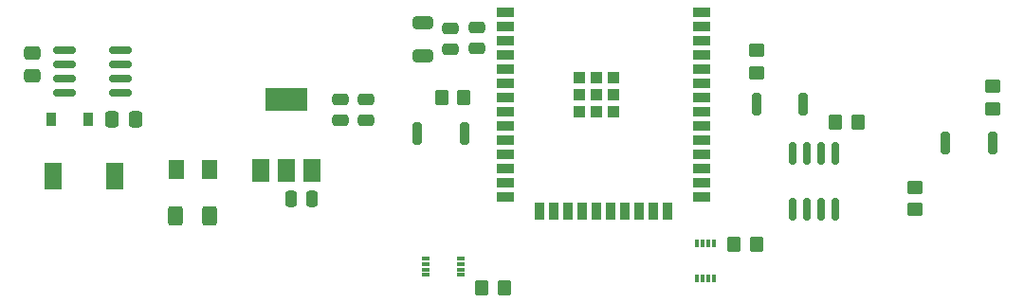
<source format=gbr>
%TF.GenerationSoftware,KiCad,Pcbnew,(6.0.8)*%
%TF.CreationDate,2022-10-05T23:26:50+02:00*%
%TF.ProjectId,DMX_ControllerBoard,444d585f-436f-46e7-9472-6f6c6c657242,rev?*%
%TF.SameCoordinates,Original*%
%TF.FileFunction,Paste,Top*%
%TF.FilePolarity,Positive*%
%FSLAX46Y46*%
G04 Gerber Fmt 4.6, Leading zero omitted, Abs format (unit mm)*
G04 Created by KiCad (PCBNEW (6.0.8)) date 2022-10-05 23:26:50*
%MOMM*%
%LPD*%
G01*
G04 APERTURE LIST*
G04 Aperture macros list*
%AMRoundRect*
0 Rectangle with rounded corners*
0 $1 Rounding radius*
0 $2 $3 $4 $5 $6 $7 $8 $9 X,Y pos of 4 corners*
0 Add a 4 corners polygon primitive as box body*
4,1,4,$2,$3,$4,$5,$6,$7,$8,$9,$2,$3,0*
0 Add four circle primitives for the rounded corners*
1,1,$1+$1,$2,$3*
1,1,$1+$1,$4,$5*
1,1,$1+$1,$6,$7*
1,1,$1+$1,$8,$9*
0 Add four rect primitives between the rounded corners*
20,1,$1+$1,$2,$3,$4,$5,0*
20,1,$1+$1,$4,$5,$6,$7,0*
20,1,$1+$1,$6,$7,$8,$9,0*
20,1,$1+$1,$8,$9,$2,$3,0*%
G04 Aperture macros list end*
%ADD10RoundRect,0.250000X-0.337500X-0.475000X0.337500X-0.475000X0.337500X0.475000X-0.337500X0.475000X0*%
%ADD11R,0.900000X1.200000*%
%ADD12R,1.500000X2.400000*%
%ADD13RoundRect,0.249999X-0.350001X-0.450001X0.350001X-0.450001X0.350001X0.450001X-0.350001X0.450001X0*%
%ADD14RoundRect,0.200000X0.200000X0.800000X-0.200000X0.800000X-0.200000X-0.800000X0.200000X-0.800000X0*%
%ADD15RoundRect,0.150000X-0.150000X0.825000X-0.150000X-0.825000X0.150000X-0.825000X0.150000X0.825000X0*%
%ADD16RoundRect,0.150000X0.825000X0.150000X-0.825000X0.150000X-0.825000X-0.150000X0.825000X-0.150000X0*%
%ADD17RoundRect,0.250000X-0.650000X0.325000X-0.650000X-0.325000X0.650000X-0.325000X0.650000X0.325000X0*%
%ADD18RoundRect,0.250000X-0.475000X0.250000X-0.475000X-0.250000X0.475000X-0.250000X0.475000X0.250000X0*%
%ADD19R,1.500000X0.900000*%
%ADD20R,0.900000X1.500000*%
%ADD21R,1.050000X1.050000*%
%ADD22RoundRect,0.250000X-0.475000X0.337500X-0.475000X-0.337500X0.475000X-0.337500X0.475000X0.337500X0*%
%ADD23RoundRect,0.250000X-0.462500X-0.625000X0.462500X-0.625000X0.462500X0.625000X-0.462500X0.625000X0*%
%ADD24RoundRect,0.250000X0.400000X0.625000X-0.400000X0.625000X-0.400000X-0.625000X0.400000X-0.625000X0*%
%ADD25RoundRect,0.249999X-0.450001X0.350001X-0.450001X-0.350001X0.450001X-0.350001X0.450001X0.350001X0*%
%ADD26RoundRect,0.200000X-0.200000X-0.800000X0.200000X-0.800000X0.200000X0.800000X-0.200000X0.800000X0*%
%ADD27RoundRect,0.249999X0.450001X-0.350001X0.450001X0.350001X-0.450001X0.350001X-0.450001X-0.350001X0*%
%ADD28RoundRect,0.250000X0.250000X0.475000X-0.250000X0.475000X-0.250000X-0.475000X0.250000X-0.475000X0*%
%ADD29RoundRect,0.250000X-0.350000X-0.450000X0.350000X-0.450000X0.350000X0.450000X-0.350000X0.450000X0*%
%ADD30R,0.800000X0.300000*%
%ADD31R,1.500000X2.000000*%
%ADD32R,3.800000X2.000000*%
%ADD33R,0.300000X0.800000*%
G04 APERTURE END LIST*
D10*
%TO.C,C13*%
X38078500Y-36385500D03*
X40153500Y-36385500D03*
%TD*%
D11*
%TO.C,D6*%
X32640000Y-36385500D03*
X35940000Y-36385500D03*
%TD*%
D12*
%TO.C,L3*%
X32810000Y-41465500D03*
X38310000Y-41465500D03*
%TD*%
D13*
%TO.C,R3*%
X67516500Y-34417000D03*
X69516500Y-34417000D03*
%TD*%
D14*
%TO.C,SW1*%
X69532500Y-37655500D03*
X65332500Y-37655500D03*
%TD*%
D15*
%TO.C,U2*%
X102692200Y-39435000D03*
X101422200Y-39435000D03*
X100152200Y-39435000D03*
X98882200Y-39435000D03*
X98882200Y-44385000D03*
X100152200Y-44385000D03*
X101422200Y-44385000D03*
X102692200Y-44385000D03*
%TD*%
D16*
%TO.C,U4*%
X38797000Y-33972500D03*
X38797000Y-32702500D03*
X38797000Y-31432500D03*
X38797000Y-30162500D03*
X33847000Y-30162500D03*
X33847000Y-31432500D03*
X33847000Y-32702500D03*
X33847000Y-33972500D03*
%TD*%
D17*
%TO.C,C1*%
X65849500Y-27735000D03*
X65849500Y-30685000D03*
%TD*%
D18*
%TO.C,C3*%
X58478500Y-34569000D03*
X58478500Y-36469000D03*
%TD*%
%TO.C,C4*%
X60764500Y-34569000D03*
X60764500Y-36469000D03*
%TD*%
D19*
%TO.C,U3*%
X73228500Y-26802000D03*
X73228500Y-28072000D03*
X73228500Y-29342000D03*
X73228500Y-30612000D03*
X73228500Y-31882000D03*
X73228500Y-33152000D03*
X73228500Y-34422000D03*
X73228500Y-35692000D03*
X73228500Y-36962000D03*
X73228500Y-38232000D03*
X73228500Y-39502000D03*
X73228500Y-40772000D03*
X73228500Y-42042000D03*
X73228500Y-43312000D03*
D20*
X76268500Y-44562000D03*
X77538500Y-44562000D03*
X78808500Y-44562000D03*
X80078500Y-44562000D03*
X81348500Y-44562000D03*
X82618500Y-44562000D03*
X83888500Y-44562000D03*
X85158500Y-44562000D03*
X86428500Y-44562000D03*
X87698500Y-44562000D03*
D19*
X90728500Y-43312000D03*
X90728500Y-42042000D03*
X90728500Y-40772000D03*
X90728500Y-39502000D03*
X90728500Y-38232000D03*
X90728500Y-36962000D03*
X90728500Y-35692000D03*
X90728500Y-34422000D03*
X90728500Y-33152000D03*
X90728500Y-31882000D03*
X90728500Y-30612000D03*
X90728500Y-29342000D03*
X90728500Y-28072000D03*
X90728500Y-26802000D03*
D21*
X79773500Y-35667000D03*
X82823500Y-35667000D03*
X82823500Y-34142000D03*
X81298500Y-35667000D03*
X79773500Y-32617000D03*
X81298500Y-34142000D03*
X81298500Y-32617000D03*
X82823500Y-32617000D03*
X79773500Y-34142000D03*
%TD*%
D13*
%TO.C,R1*%
X102673400Y-36588700D03*
X104673400Y-36588700D03*
%TD*%
D22*
%TO.C,C11*%
X30988000Y-30395000D03*
X30988000Y-32470000D03*
%TD*%
D23*
%TO.C,D1*%
X43851500Y-40830500D03*
X46826500Y-40830500D03*
%TD*%
D24*
%TO.C,R8*%
X46825500Y-44958000D03*
X43725500Y-44958000D03*
%TD*%
D25*
%TO.C,R5*%
X95631000Y-30178500D03*
X95631000Y-32178500D03*
%TD*%
D26*
%TO.C,SW2*%
X95626500Y-34988500D03*
X99826500Y-34988500D03*
%TD*%
D25*
%TO.C,R9*%
X116700300Y-33391600D03*
X116700300Y-35391600D03*
%TD*%
D14*
%TO.C,SW3*%
X116728700Y-38467600D03*
X112528700Y-38467600D03*
%TD*%
D27*
%TO.C,R4*%
X109791500Y-44434000D03*
X109791500Y-42434000D03*
%TD*%
D28*
%TO.C,C2*%
X55938500Y-43459000D03*
X54038500Y-43459000D03*
%TD*%
D29*
%TO.C,R2*%
X71136000Y-51435000D03*
X73136000Y-51435000D03*
%TD*%
D18*
%TO.C,C6*%
X70675500Y-28133000D03*
X70675500Y-30033000D03*
%TD*%
D29*
%TO.C,R6*%
X93615000Y-47498000D03*
X95615000Y-47498000D03*
%TD*%
D30*
%TO.C,U5*%
X66141000Y-48780000D03*
X66141000Y-49280000D03*
X66141000Y-49780000D03*
X66141000Y-50280000D03*
X69241000Y-50280000D03*
X69241000Y-49780000D03*
X69241000Y-49280000D03*
X69241000Y-48780000D03*
%TD*%
D31*
%TO.C,U1*%
X51357500Y-40894000D03*
D32*
X53657500Y-34594000D03*
D31*
X53657500Y-40894000D03*
X55957500Y-40894000D03*
%TD*%
D18*
%TO.C,C5*%
X68262500Y-28194000D03*
X68262500Y-30094000D03*
%TD*%
D33*
%TO.C,U6*%
X90309000Y-50572000D03*
X90809000Y-50572000D03*
X91309000Y-50572000D03*
X91809000Y-50572000D03*
X91809000Y-47472000D03*
X91309000Y-47472000D03*
X90809000Y-47472000D03*
X90309000Y-47472000D03*
%TD*%
M02*

</source>
